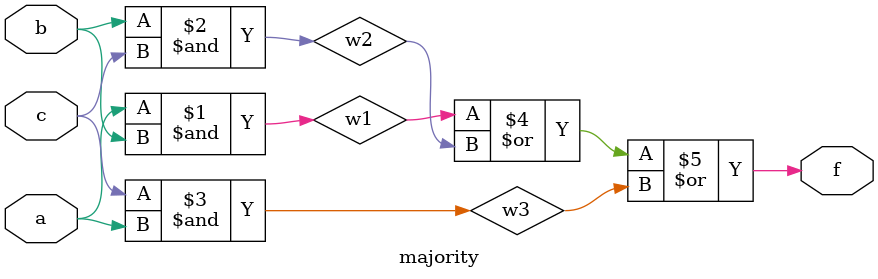
<source format=v>
module majority(
    input a, b, c,
    output f
    );
wire w1,w2,w3;

and g1(w1,a,b);
and g2(w2,b,c);
and g3(w3,c,a);
or g4(f,w1,w2,w3);

endmodule

</source>
